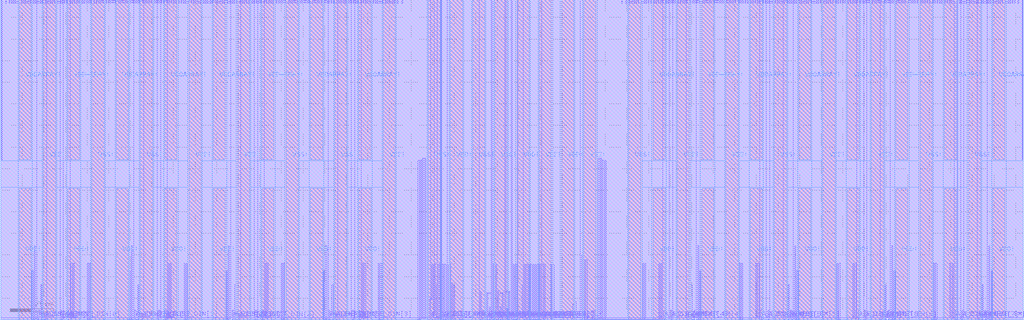
<source format=lef>
# ------------------------------------------------------
#
#		Copyright 2025 IHP PDK Authors
#
#		Licensed under the Apache License, Version 2.0 (the "License");
#		you may not use this file except in compliance with the License.
#		You may obtain a copy of the License at
#		
#		   https://www.apache.org/licenses/LICENSE-2.0
#		
#		Unless required by applicable law or agreed to in writing, software
#		distributed under the License is distributed on an "AS IS" BASIS,
#		WITHOUT WARRANTIES OR CONDITIONS OF ANY KIND, either express or implied.
#		See the License for the specific language governing permissions and
#		limitations under the License.
#		
#		Generated on Wed Aug 27 16:22:45 2025		
#
# ------------------------------------------------------ 
VERSION 5.7 ;
BUSBITCHARS "[]" ;
DIVIDERCHAR "/" ;

MACRO RM_IHPSG13_1P_256x8_c3_bm_bist
  CLASS BLOCK ;
  ORIGIN 0 0 ;
  FOREIGN RM_IHPSG13_1P_256x8_c3_bm_bist 0 0 ;
  SIZE 236.8 BY 74.1 ;
  SYMMETRY X Y R90 ;
  PIN A_DIN[4]
    DIRECTION INPUT ;
    USE SIGNAL ;
    ANTENNAPARTIALMETALAREA 0.7007 LAYER Metal2 ;
    ANTENNAMODEL OXIDE1 ;
      ANTENNAGATEAREA 0.20085 LAYER Metal2 ;
      ANTENNAMAXAREACAR 4.394822 LAYER Metal2 ;
    PORT
      LAYER Metal2 ;
        RECT 155.09 0 155.35 0.26 ;
    END
  END A_DIN[4]
  PIN A_DIN[3]
    DIRECTION INPUT ;
    USE SIGNAL ;
    ANTENNAPARTIALMETALAREA 0.7007 LAYER Metal2 ;
    ANTENNAMODEL OXIDE1 ;
      ANTENNAGATEAREA 0.20085 LAYER Metal2 ;
      ANTENNAMAXAREACAR 4.394822 LAYER Metal2 ;
    PORT
      LAYER Metal2 ;
        RECT 81.45 0 81.71 0.26 ;
    END
  END A_DIN[3]
  PIN A_BIST_DIN[4]
    DIRECTION INPUT ;
    USE SIGNAL ;
    ANTENNAPARTIALMETALAREA 0.7007 LAYER Metal2 ;
    ANTENNAMODEL OXIDE1 ;
      ANTENNAGATEAREA 0.20085 LAYER Metal2 ;
      ANTENNAMAXAREACAR 4.394822 LAYER Metal2 ;
    PORT
      LAYER Metal2 ;
        RECT 153.56 0 153.82 0.26 ;
    END
  END A_BIST_DIN[4]
  PIN A_BIST_DIN[3]
    DIRECTION INPUT ;
    USE SIGNAL ;
    ANTENNAPARTIALMETALAREA 0.7007 LAYER Metal2 ;
    ANTENNAMODEL OXIDE1 ;
      ANTENNAGATEAREA 0.20085 LAYER Metal2 ;
      ANTENNAMAXAREACAR 4.394822 LAYER Metal2 ;
    PORT
      LAYER Metal2 ;
        RECT 82.98 0 83.24 0.26 ;
    END
  END A_BIST_DIN[3]
  PIN A_BM[4]
    DIRECTION INPUT ;
    USE SIGNAL ;
    ANTENNAPARTIALMETALAREA 0.7007 LAYER Metal2 ;
    ANTENNAMODEL OXIDE1 ;
      ANTENNAGATEAREA 0.20085 LAYER Metal2 ;
      ANTENNAMAXAREACAR 4.394822 LAYER Metal2 ;
    PORT
      LAYER Metal2 ;
        RECT 158.97 0 159.23 0.26 ;
    END
  END A_BM[4]
  PIN A_BM[3]
    DIRECTION INPUT ;
    USE SIGNAL ;
    ANTENNAPARTIALMETALAREA 0.7007 LAYER Metal2 ;
    ANTENNAMODEL OXIDE1 ;
      ANTENNAGATEAREA 0.20085 LAYER Metal2 ;
      ANTENNAMAXAREACAR 4.394822 LAYER Metal2 ;
    PORT
      LAYER Metal2 ;
        RECT 77.57 0 77.83 0.26 ;
    END
  END A_BM[3]
  PIN A_BIST_BM[4]
    DIRECTION INPUT ;
    USE SIGNAL ;
    ANTENNAPARTIALMETALAREA 0.7007 LAYER Metal2 ;
    ANTENNAMODEL OXIDE1 ;
      ANTENNAGATEAREA 0.20085 LAYER Metal2 ;
      ANTENNAMAXAREACAR 4.394822 LAYER Metal2 ;
    PORT
      LAYER Metal2 ;
        RECT 160.5 0 160.76 0.26 ;
    END
  END A_BIST_BM[4]
  PIN A_BIST_BM[3]
    DIRECTION INPUT ;
    USE SIGNAL ;
    ANTENNAPARTIALMETALAREA 0.7007 LAYER Metal2 ;
    ANTENNAMODEL OXIDE1 ;
      ANTENNAGATEAREA 0.20085 LAYER Metal2 ;
      ANTENNAMAXAREACAR 4.394822 LAYER Metal2 ;
    PORT
      LAYER Metal2 ;
        RECT 76.04 0 76.3 0.26 ;
    END
  END A_BIST_BM[3]
  PIN A_DOUT[4]
    DIRECTION OUTPUT ;
    USE SIGNAL ;
    ANTENNAPARTIALMETALAREA 2.0345 LAYER Metal2 ;
    ANTENNADIFFAREA 0.988 LAYER Metal2 ;
    PORT
      LAYER Metal2 ;
        RECT 159.835 0 160.095 0.26 ;
    END
  END A_DOUT[4]
  PIN A_DOUT[3]
    DIRECTION OUTPUT ;
    USE SIGNAL ;
    ANTENNAPARTIALMETALAREA 2.0345 LAYER Metal2 ;
    ANTENNADIFFAREA 0.988 LAYER Metal2 ;
    PORT
      LAYER Metal2 ;
        RECT 76.705 0 76.965 0.26 ;
    END
  END A_DOUT[3]
  PIN VSS!
    DIRECTION INOUT ;
    USE GROUND ;
    NETEXPR "vss VSS!" ;
    PORT
      LAYER Metal4 ;
        RECT 224.11 0 226.92 74.1 ;
    END
    PORT
      LAYER Metal4 ;
        RECT 212.87 0 215.68 74.1 ;
    END
    PORT
      LAYER Metal4 ;
        RECT 201.63 0 204.44 74.1 ;
    END
    PORT
      LAYER Metal4 ;
        RECT 190.39 0 193.2 74.1 ;
    END
    PORT
      LAYER Metal4 ;
        RECT 179.15 0 181.96 74.1 ;
    END
    PORT
      LAYER Metal4 ;
        RECT 167.91 0 170.72 74.1 ;
    END
    PORT
      LAYER Metal4 ;
        RECT 156.67 0 159.48 74.1 ;
    END
    PORT
      LAYER Metal4 ;
        RECT 145.43 0 148.24 74.1 ;
    END
    PORT
      LAYER Metal4 ;
        RECT 135.02 0 137.83 74.1 ;
    END
    PORT
      LAYER Metal4 ;
        RECT 124.72 0 127.53 74.1 ;
    END
    PORT
      LAYER Metal4 ;
        RECT 109.27 0 112.08 74.1 ;
    END
    PORT
      LAYER Metal4 ;
        RECT 98.97 0 101.78 74.1 ;
    END
    PORT
      LAYER Metal4 ;
        RECT 88.56 0 91.37 74.1 ;
    END
    PORT
      LAYER Metal4 ;
        RECT 77.32 0 80.13 74.1 ;
    END
    PORT
      LAYER Metal4 ;
        RECT 66.08 0 68.89 74.1 ;
    END
    PORT
      LAYER Metal4 ;
        RECT 54.84 0 57.65 74.1 ;
    END
    PORT
      LAYER Metal4 ;
        RECT 43.6 0 46.41 74.1 ;
    END
    PORT
      LAYER Metal4 ;
        RECT 32.36 0 35.17 74.1 ;
    END
    PORT
      LAYER Metal4 ;
        RECT 21.12 0 23.93 74.1 ;
    END
    PORT
      LAYER Metal4 ;
        RECT 9.88 0 12.69 74.1 ;
    END
  END VSS!
  PIN VDD!
    DIRECTION INOUT ;
    USE POWER ;
    NETEXPR "vdd VDD!" ;
    PORT
      LAYER Metal4 ;
        RECT 229.73 0 232.54 30.425 ;
    END
    PORT
      LAYER Metal4 ;
        RECT 218.49 0 221.3 30.425 ;
    END
    PORT
      LAYER Metal4 ;
        RECT 207.25 0 210.06 30.425 ;
    END
    PORT
      LAYER Metal4 ;
        RECT 196.01 0 198.82 30.425 ;
    END
    PORT
      LAYER Metal4 ;
        RECT 184.77 0 187.58 30.425 ;
    END
    PORT
      LAYER Metal4 ;
        RECT 173.53 0 176.34 30.425 ;
    END
    PORT
      LAYER Metal4 ;
        RECT 162.29 0 165.1 30.425 ;
    END
    PORT
      LAYER Metal4 ;
        RECT 151.05 0 153.86 30.425 ;
    END
    PORT
      LAYER Metal4 ;
        RECT 129.87 0 132.68 74.1 ;
    END
    PORT
      LAYER Metal4 ;
        RECT 119.57 0 122.38 74.1 ;
    END
    PORT
      LAYER Metal4 ;
        RECT 114.42 0 117.23 74.1 ;
    END
    PORT
      LAYER Metal4 ;
        RECT 104.12 0 106.93 74.1 ;
    END
    PORT
      LAYER Metal4 ;
        RECT 82.94 0 85.75 30.425 ;
    END
    PORT
      LAYER Metal4 ;
        RECT 71.7 0 74.51 30.425 ;
    END
    PORT
      LAYER Metal4 ;
        RECT 60.46 0 63.27 30.425 ;
    END
    PORT
      LAYER Metal4 ;
        RECT 49.22 0 52.03 30.425 ;
    END
    PORT
      LAYER Metal4 ;
        RECT 37.98 0 40.79 30.425 ;
    END
    PORT
      LAYER Metal4 ;
        RECT 26.74 0 29.55 30.425 ;
    END
    PORT
      LAYER Metal4 ;
        RECT 15.5 0 18.31 30.425 ;
    END
    PORT
      LAYER Metal4 ;
        RECT 4.26 0 7.07 30.425 ;
    END
  END VDD!
  PIN VDDARRAY!
    DIRECTION INOUT ;
    USE POWER ;
    NETEXPR "vddarray VDDARRAY!" ;
    PORT
      LAYER Metal4 ;
        RECT 229.73 37.065 232.54 74.1 ;
    END
    PORT
      LAYER Metal4 ;
        RECT 218.49 37.065 221.3 74.1 ;
    END
    PORT
      LAYER Metal4 ;
        RECT 207.25 37.065 210.06 74.1 ;
    END
    PORT
      LAYER Metal4 ;
        RECT 196.01 37.065 198.82 74.1 ;
    END
    PORT
      LAYER Metal4 ;
        RECT 184.77 37.065 187.58 74.1 ;
    END
    PORT
      LAYER Metal4 ;
        RECT 173.53 37.065 176.34 74.1 ;
    END
    PORT
      LAYER Metal4 ;
        RECT 162.29 37.065 165.1 74.1 ;
    END
    PORT
      LAYER Metal4 ;
        RECT 151.05 37.065 153.86 74.1 ;
    END
    PORT
      LAYER Metal4 ;
        RECT 82.94 37.065 85.75 74.1 ;
    END
    PORT
      LAYER Metal4 ;
        RECT 71.7 37.065 74.51 74.1 ;
    END
    PORT
      LAYER Metal4 ;
        RECT 60.46 37.065 63.27 74.1 ;
    END
    PORT
      LAYER Metal4 ;
        RECT 49.22 37.065 52.03 74.1 ;
    END
    PORT
      LAYER Metal4 ;
        RECT 37.98 37.065 40.79 74.1 ;
    END
    PORT
      LAYER Metal4 ;
        RECT 26.74 37.065 29.55 74.1 ;
    END
    PORT
      LAYER Metal4 ;
        RECT 15.5 37.065 18.31 74.1 ;
    END
    PORT
      LAYER Metal4 ;
        RECT 4.26 37.065 7.07 74.1 ;
    END
  END VDDARRAY!
  PIN A_DIN[5]
    DIRECTION INPUT ;
    USE SIGNAL ;
    ANTENNAPARTIALMETALAREA 0.7007 LAYER Metal2 ;
    ANTENNAMODEL OXIDE1 ;
      ANTENNAGATEAREA 0.20085 LAYER Metal2 ;
      ANTENNAMAXAREACAR 4.394822 LAYER Metal2 ;
    PORT
      LAYER Metal2 ;
        RECT 177.57 0 177.83 0.26 ;
    END
  END A_DIN[5]
  PIN A_DIN[2]
    DIRECTION INPUT ;
    USE SIGNAL ;
    ANTENNAPARTIALMETALAREA 0.7007 LAYER Metal2 ;
    ANTENNAMODEL OXIDE1 ;
      ANTENNAGATEAREA 0.20085 LAYER Metal2 ;
      ANTENNAMAXAREACAR 4.394822 LAYER Metal2 ;
    PORT
      LAYER Metal2 ;
        RECT 58.97 0 59.23 0.26 ;
    END
  END A_DIN[2]
  PIN A_BIST_DIN[5]
    DIRECTION INPUT ;
    USE SIGNAL ;
    ANTENNAPARTIALMETALAREA 0.7007 LAYER Metal2 ;
    ANTENNAMODEL OXIDE1 ;
      ANTENNAGATEAREA 0.20085 LAYER Metal2 ;
      ANTENNAMAXAREACAR 4.394822 LAYER Metal2 ;
    PORT
      LAYER Metal2 ;
        RECT 176.04 0 176.3 0.26 ;
    END
  END A_BIST_DIN[5]
  PIN A_BIST_DIN[2]
    DIRECTION INPUT ;
    USE SIGNAL ;
    ANTENNAPARTIALMETALAREA 0.7007 LAYER Metal2 ;
    ANTENNAMODEL OXIDE1 ;
      ANTENNAGATEAREA 0.20085 LAYER Metal2 ;
      ANTENNAMAXAREACAR 4.394822 LAYER Metal2 ;
    PORT
      LAYER Metal2 ;
        RECT 60.5 0 60.76 0.26 ;
    END
  END A_BIST_DIN[2]
  PIN A_BM[5]
    DIRECTION INPUT ;
    USE SIGNAL ;
    ANTENNAPARTIALMETALAREA 0.7007 LAYER Metal2 ;
    ANTENNAMODEL OXIDE1 ;
      ANTENNAGATEAREA 0.20085 LAYER Metal2 ;
      ANTENNAMAXAREACAR 4.394822 LAYER Metal2 ;
    PORT
      LAYER Metal2 ;
        RECT 181.45 0 181.71 0.26 ;
    END
  END A_BM[5]
  PIN A_BM[2]
    DIRECTION INPUT ;
    USE SIGNAL ;
    ANTENNAPARTIALMETALAREA 0.7007 LAYER Metal2 ;
    ANTENNAMODEL OXIDE1 ;
      ANTENNAGATEAREA 0.20085 LAYER Metal2 ;
      ANTENNAMAXAREACAR 4.394822 LAYER Metal2 ;
    PORT
      LAYER Metal2 ;
        RECT 55.09 0 55.35 0.26 ;
    END
  END A_BM[2]
  PIN A_BIST_BM[5]
    DIRECTION INPUT ;
    USE SIGNAL ;
    ANTENNAPARTIALMETALAREA 0.7007 LAYER Metal2 ;
    ANTENNAMODEL OXIDE1 ;
      ANTENNAGATEAREA 0.20085 LAYER Metal2 ;
      ANTENNAMAXAREACAR 4.394822 LAYER Metal2 ;
    PORT
      LAYER Metal2 ;
        RECT 182.98 0 183.24 0.26 ;
    END
  END A_BIST_BM[5]
  PIN A_BIST_BM[2]
    DIRECTION INPUT ;
    USE SIGNAL ;
    ANTENNAPARTIALMETALAREA 0.7007 LAYER Metal2 ;
    ANTENNAMODEL OXIDE1 ;
      ANTENNAGATEAREA 0.20085 LAYER Metal2 ;
      ANTENNAMAXAREACAR 4.394822 LAYER Metal2 ;
    PORT
      LAYER Metal2 ;
        RECT 53.56 0 53.82 0.26 ;
    END
  END A_BIST_BM[2]
  PIN A_DOUT[5]
    DIRECTION OUTPUT ;
    USE SIGNAL ;
    ANTENNAPARTIALMETALAREA 2.0345 LAYER Metal2 ;
    ANTENNADIFFAREA 0.988 LAYER Metal2 ;
    PORT
      LAYER Metal2 ;
        RECT 182.315 0 182.575 0.26 ;
    END
  END A_DOUT[5]
  PIN A_DOUT[2]
    DIRECTION OUTPUT ;
    USE SIGNAL ;
    ANTENNAPARTIALMETALAREA 2.0345 LAYER Metal2 ;
    ANTENNADIFFAREA 0.988 LAYER Metal2 ;
    PORT
      LAYER Metal2 ;
        RECT 54.225 0 54.485 0.26 ;
    END
  END A_DOUT[2]
  PIN A_DIN[6]
    DIRECTION INPUT ;
    USE SIGNAL ;
    ANTENNAPARTIALMETALAREA 0.7007 LAYER Metal2 ;
    ANTENNAMODEL OXIDE1 ;
      ANTENNAGATEAREA 0.20085 LAYER Metal2 ;
      ANTENNAMAXAREACAR 4.394822 LAYER Metal2 ;
    PORT
      LAYER Metal2 ;
        RECT 200.05 0 200.31 0.26 ;
    END
  END A_DIN[6]
  PIN A_DIN[1]
    DIRECTION INPUT ;
    USE SIGNAL ;
    ANTENNAPARTIALMETALAREA 0.7007 LAYER Metal2 ;
    ANTENNAMODEL OXIDE1 ;
      ANTENNAGATEAREA 0.20085 LAYER Metal2 ;
      ANTENNAMAXAREACAR 4.394822 LAYER Metal2 ;
    PORT
      LAYER Metal2 ;
        RECT 36.49 0 36.75 0.26 ;
    END
  END A_DIN[1]
  PIN A_BIST_DIN[6]
    DIRECTION INPUT ;
    USE SIGNAL ;
    ANTENNAPARTIALMETALAREA 0.7007 LAYER Metal2 ;
    ANTENNAMODEL OXIDE1 ;
      ANTENNAGATEAREA 0.20085 LAYER Metal2 ;
      ANTENNAMAXAREACAR 4.394822 LAYER Metal2 ;
    PORT
      LAYER Metal2 ;
        RECT 198.52 0 198.78 0.26 ;
    END
  END A_BIST_DIN[6]
  PIN A_BIST_DIN[1]
    DIRECTION INPUT ;
    USE SIGNAL ;
    ANTENNAPARTIALMETALAREA 0.7007 LAYER Metal2 ;
    ANTENNAMODEL OXIDE1 ;
      ANTENNAGATEAREA 0.20085 LAYER Metal2 ;
      ANTENNAMAXAREACAR 4.394822 LAYER Metal2 ;
    PORT
      LAYER Metal2 ;
        RECT 38.02 0 38.28 0.26 ;
    END
  END A_BIST_DIN[1]
  PIN A_BM[6]
    DIRECTION INPUT ;
    USE SIGNAL ;
    ANTENNAPARTIALMETALAREA 0.7007 LAYER Metal2 ;
    ANTENNAMODEL OXIDE1 ;
      ANTENNAGATEAREA 0.20085 LAYER Metal2 ;
      ANTENNAMAXAREACAR 4.394822 LAYER Metal2 ;
    PORT
      LAYER Metal2 ;
        RECT 203.93 0 204.19 0.26 ;
    END
  END A_BM[6]
  PIN A_BM[1]
    DIRECTION INPUT ;
    USE SIGNAL ;
    ANTENNAPARTIALMETALAREA 0.7007 LAYER Metal2 ;
    ANTENNAMODEL OXIDE1 ;
      ANTENNAGATEAREA 0.20085 LAYER Metal2 ;
      ANTENNAMAXAREACAR 4.394822 LAYER Metal2 ;
    PORT
      LAYER Metal2 ;
        RECT 32.61 0 32.87 0.26 ;
    END
  END A_BM[1]
  PIN A_BIST_BM[6]
    DIRECTION INPUT ;
    USE SIGNAL ;
    ANTENNAPARTIALMETALAREA 0.7007 LAYER Metal2 ;
    ANTENNAMODEL OXIDE1 ;
      ANTENNAGATEAREA 0.20085 LAYER Metal2 ;
      ANTENNAMAXAREACAR 4.394822 LAYER Metal2 ;
    PORT
      LAYER Metal2 ;
        RECT 205.46 0 205.72 0.26 ;
    END
  END A_BIST_BM[6]
  PIN A_BIST_BM[1]
    DIRECTION INPUT ;
    USE SIGNAL ;
    ANTENNAPARTIALMETALAREA 0.7007 LAYER Metal2 ;
    ANTENNAMODEL OXIDE1 ;
      ANTENNAGATEAREA 0.20085 LAYER Metal2 ;
      ANTENNAMAXAREACAR 4.394822 LAYER Metal2 ;
    PORT
      LAYER Metal2 ;
        RECT 31.08 0 31.34 0.26 ;
    END
  END A_BIST_BM[1]
  PIN A_DOUT[6]
    DIRECTION OUTPUT ;
    USE SIGNAL ;
    ANTENNAPARTIALMETALAREA 2.0345 LAYER Metal2 ;
    ANTENNADIFFAREA 0.988 LAYER Metal2 ;
    PORT
      LAYER Metal2 ;
        RECT 204.795 0 205.055 0.26 ;
    END
  END A_DOUT[6]
  PIN A_DOUT[1]
    DIRECTION OUTPUT ;
    USE SIGNAL ;
    ANTENNAPARTIALMETALAREA 2.0345 LAYER Metal2 ;
    ANTENNADIFFAREA 0.988 LAYER Metal2 ;
    PORT
      LAYER Metal2 ;
        RECT 31.745 0 32.005 0.26 ;
    END
  END A_DOUT[1]
  PIN A_DIN[7]
    DIRECTION INPUT ;
    USE SIGNAL ;
    ANTENNAPARTIALMETALAREA 0.7007 LAYER Metal2 ;
    ANTENNAMODEL OXIDE1 ;
      ANTENNAGATEAREA 0.20085 LAYER Metal2 ;
      ANTENNAMAXAREACAR 4.394822 LAYER Metal2 ;
    PORT
      LAYER Metal2 ;
        RECT 222.53 0 222.79 0.26 ;
    END
  END A_DIN[7]
  PIN A_DIN[0]
    DIRECTION INPUT ;
    USE SIGNAL ;
    ANTENNAPARTIALMETALAREA 0.7007 LAYER Metal2 ;
    ANTENNAMODEL OXIDE1 ;
      ANTENNAGATEAREA 0.20085 LAYER Metal2 ;
      ANTENNAMAXAREACAR 4.394822 LAYER Metal2 ;
    PORT
      LAYER Metal2 ;
        RECT 14.01 0 14.27 0.26 ;
    END
  END A_DIN[0]
  PIN A_BIST_DIN[7]
    DIRECTION INPUT ;
    USE SIGNAL ;
    ANTENNAPARTIALMETALAREA 0.7007 LAYER Metal2 ;
    ANTENNAMODEL OXIDE1 ;
      ANTENNAGATEAREA 0.20085 LAYER Metal2 ;
      ANTENNAMAXAREACAR 4.394822 LAYER Metal2 ;
    PORT
      LAYER Metal2 ;
        RECT 221 0 221.26 0.26 ;
    END
  END A_BIST_DIN[7]
  PIN A_BIST_DIN[0]
    DIRECTION INPUT ;
    USE SIGNAL ;
    ANTENNAPARTIALMETALAREA 0.7007 LAYER Metal2 ;
    ANTENNAMODEL OXIDE1 ;
      ANTENNAGATEAREA 0.20085 LAYER Metal2 ;
      ANTENNAMAXAREACAR 4.394822 LAYER Metal2 ;
    PORT
      LAYER Metal2 ;
        RECT 15.54 0 15.8 0.26 ;
    END
  END A_BIST_DIN[0]
  PIN A_BM[7]
    DIRECTION INPUT ;
    USE SIGNAL ;
    ANTENNAPARTIALMETALAREA 0.7007 LAYER Metal2 ;
    ANTENNAMODEL OXIDE1 ;
      ANTENNAGATEAREA 0.20085 LAYER Metal2 ;
      ANTENNAMAXAREACAR 4.394822 LAYER Metal2 ;
    PORT
      LAYER Metal2 ;
        RECT 226.41 0 226.67 0.26 ;
    END
  END A_BM[7]
  PIN A_BM[0]
    DIRECTION INPUT ;
    USE SIGNAL ;
    ANTENNAPARTIALMETALAREA 0.7007 LAYER Metal2 ;
    ANTENNAMODEL OXIDE1 ;
      ANTENNAGATEAREA 0.20085 LAYER Metal2 ;
      ANTENNAMAXAREACAR 4.394822 LAYER Metal2 ;
    PORT
      LAYER Metal2 ;
        RECT 10.13 0 10.39 0.26 ;
    END
  END A_BM[0]
  PIN A_BIST_BM[7]
    DIRECTION INPUT ;
    USE SIGNAL ;
    ANTENNAPARTIALMETALAREA 0.7007 LAYER Metal2 ;
    ANTENNAMODEL OXIDE1 ;
      ANTENNAGATEAREA 0.20085 LAYER Metal2 ;
      ANTENNAMAXAREACAR 4.394822 LAYER Metal2 ;
    PORT
      LAYER Metal2 ;
        RECT 227.94 0 228.2 0.26 ;
    END
  END A_BIST_BM[7]
  PIN A_BIST_BM[0]
    DIRECTION INPUT ;
    USE SIGNAL ;
    ANTENNAPARTIALMETALAREA 0.7007 LAYER Metal2 ;
    ANTENNAMODEL OXIDE1 ;
      ANTENNAGATEAREA 0.20085 LAYER Metal2 ;
      ANTENNAMAXAREACAR 4.394822 LAYER Metal2 ;
    PORT
      LAYER Metal2 ;
        RECT 8.6 0 8.86 0.26 ;
    END
  END A_BIST_BM[0]
  PIN A_DOUT[7]
    DIRECTION OUTPUT ;
    USE SIGNAL ;
    ANTENNAPARTIALMETALAREA 2.0345 LAYER Metal2 ;
    ANTENNADIFFAREA 0.988 LAYER Metal2 ;
    PORT
      LAYER Metal2 ;
        RECT 227.275 0 227.535 0.26 ;
    END
  END A_DOUT[7]
  PIN A_DOUT[0]
    DIRECTION OUTPUT ;
    USE SIGNAL ;
    ANTENNAPARTIALMETALAREA 2.0345 LAYER Metal2 ;
    ANTENNADIFFAREA 0.988 LAYER Metal2 ;
    PORT
      LAYER Metal2 ;
        RECT 9.265 0 9.525 0.26 ;
    END
  END A_DOUT[0]
  PIN A_ADDR[0]
    DIRECTION INPUT ;
    USE SIGNAL ;
    ANTENNAPARTIALMETALAREA 6.7171 LAYER Metal2 ;
    ANTENNAMODEL OXIDE1 ;
      ANTENNAGATEAREA 0.20085 LAYER Metal2 ;
      ANTENNAMAXAREACAR 34.349515 LAYER Metal2 ;
    PORT
      LAYER Metal2 ;
        RECT 114.6 0 114.86 0.26 ;
    END
  END A_ADDR[0]
  PIN A_BIST_ADDR[0]
    DIRECTION INPUT ;
    USE SIGNAL ;
    ANTENNAPARTIALMETALAREA 7.5127 LAYER Metal2 ;
    ANTENNAMODEL OXIDE1 ;
      ANTENNAGATEAREA 0.20085 LAYER Metal2 ;
      ANTENNAMAXAREACAR 38.31068 LAYER Metal2 ;
    PORT
      LAYER Metal2 ;
        RECT 119.19 0 119.45 0.26 ;
    END
  END A_BIST_ADDR[0]
  PIN A_ADDR[1]
    DIRECTION INPUT ;
    USE SIGNAL ;
    ANTENNAPARTIALMETALAREA 5.59 LAYER Metal2 ;
    ANTENNAMODEL OXIDE1 ;
      ANTENNAGATEAREA 0.20085 LAYER Metal2 ;
      ANTENNAMAXAREACAR 28.783172 LAYER Metal2 ;
    PORT
      LAYER Metal2 ;
        RECT 114.09 0 114.35 0.26 ;
    END
  END A_ADDR[1]
  PIN A_BIST_ADDR[1]
    DIRECTION INPUT ;
    USE SIGNAL ;
    ANTENNAPARTIALMETALAREA 6.3856 LAYER Metal2 ;
    ANTENNAMODEL OXIDE1 ;
      ANTENNAGATEAREA 0.20085 LAYER Metal2 ;
      ANTENNAMAXAREACAR 32.744337 LAYER Metal2 ;
    PORT
      LAYER Metal2 ;
        RECT 118.68 0 118.94 0.26 ;
    END
  END A_BIST_ADDR[1]
  PIN A_ADDR[2]
    DIRECTION INPUT ;
    USE SIGNAL ;
    ANTENNAPARTIALMETALAREA 6.4519 LAYER Metal2 ;
    ANTENNAMODEL OXIDE1 ;
      ANTENNAGATEAREA 0.20085 LAYER Metal2 ;
      ANTENNAMAXAREACAR 33.029126 LAYER Metal2 ;
    PORT
      LAYER Metal2 ;
        RECT 99.81 0 100.07 0.26 ;
    END
  END A_ADDR[2]
  PIN A_BIST_ADDR[2]
    DIRECTION INPUT ;
    USE SIGNAL ;
    ANTENNAPARTIALMETALAREA 6.1867 LAYER Metal2 ;
    ANTENNAMODEL OXIDE1 ;
      ANTENNAGATEAREA 0.20085 LAYER Metal2 ;
      ANTENNAMAXAREACAR 31.708738 LAYER Metal2 ;
    PORT
      LAYER Metal2 ;
        RECT 101.34 0 101.6 0.26 ;
    END
  END A_BIST_ADDR[2]
  PIN A_ADDR[3]
    DIRECTION INPUT ;
    USE SIGNAL ;
    ANTENNAPARTIALMETALAREA 8.4487 LAYER Metal2 ;
    ANTENNAPARTIALMETALAREA 1.5246 LAYER Metal3 ;
    ANTENNAPARTIALCUTAREA 0.0722 LAYER Via2 ;
    ANTENNAMODEL OXIDE1 ;
      ANTENNAGATEAREA 0.20085 LAYER Metal3 ;
      ANTENNAMAXAREACAR 9.415982 LAYER Metal3 ;
    PORT
      LAYER Metal2 ;
        RECT 122.25 0 122.51 0.26 ;
    END
  END A_ADDR[3]
  PIN A_BIST_ADDR[3]
    DIRECTION INPUT ;
    USE SIGNAL ;
    ANTENNAPARTIALMETALAREA 8.4487 LAYER Metal2 ;
    ANTENNAPARTIALMETALAREA 1.0962 LAYER Metal3 ;
    ANTENNAPARTIALCUTAREA 0.0722 LAYER Via2 ;
    ANTENNAMODEL OXIDE1 ;
      ANTENNAGATEAREA 0.20085 LAYER Metal3 ;
      ANTENNAMAXAREACAR 7.813791 LAYER Metal3 ;
    PORT
      LAYER Metal2 ;
        RECT 122.76 0 123.02 0.26 ;
    END
  END A_BIST_ADDR[3]
  PIN A_ADDR[4]
    DIRECTION INPUT ;
    USE SIGNAL ;
    ANTENNAPARTIALMETALAREA 8.4487 LAYER Metal2 ;
    ANTENNAPARTIALMETALAREA 3.8367 LAYER Metal3 ;
    ANTENNAPARTIALCUTAREA 0.0722 LAYER Via2 ;
    ANTENNAMODEL OXIDE1 ;
      ANTENNAGATEAREA 0.20085 LAYER Metal3 ;
      ANTENNAMAXAREACAR 20.927558 LAYER Metal3 ;
    PORT
      LAYER Metal2 ;
        RECT 121.23 0 121.49 0.26 ;
    END
  END A_ADDR[4]
  PIN A_BIST_ADDR[4]
    DIRECTION INPUT ;
    USE SIGNAL ;
    ANTENNAPARTIALMETALAREA 8.4487 LAYER Metal2 ;
    ANTENNAPARTIALMETALAREA 3.5175 LAYER Metal3 ;
    ANTENNAPARTIALCUTAREA 0.0722 LAYER Via2 ;
    ANTENNAMODEL OXIDE1 ;
      ANTENNAGATEAREA 0.20085 LAYER Metal3 ;
      ANTENNAMAXAREACAR 19.869057 LAYER Metal3 ;
    PORT
      LAYER Metal2 ;
        RECT 121.74 0 122 0.26 ;
    END
  END A_BIST_ADDR[4]
  PIN A_ADDR[5]
    DIRECTION INPUT ;
    USE SIGNAL ;
    ANTENNAPARTIALMETALAREA 10.0139 LAYER Metal2 ;
    ANTENNAMODEL OXIDE1 ;
      ANTENNAGATEAREA 0.20085 LAYER Metal2 ;
      ANTENNAMAXAREACAR 50.763754 LAYER Metal2 ;
    PORT
      LAYER Metal2 ;
        RECT 124.8 0 125.06 0.26 ;
    END
  END A_ADDR[5]
  PIN A_BIST_ADDR[5]
    DIRECTION INPUT ;
    USE SIGNAL ;
    ANTENNAPARTIALMETALAREA 9.7487 LAYER Metal2 ;
    ANTENNAMODEL OXIDE1 ;
      ANTENNAGATEAREA 0.20085 LAYER Metal2 ;
      ANTENNAMAXAREACAR 49.443366 LAYER Metal2 ;
    PORT
      LAYER Metal2 ;
        RECT 124.29 0 124.55 0.26 ;
    END
  END A_BIST_ADDR[5]
  PIN A_ADDR[6]
    DIRECTION INPUT ;
    USE SIGNAL ;
    ANTENNAPARTIALMETALAREA 11.7429 LAYER Metal2 ;
    ANTENNAMODEL OXIDE1 ;
      ANTENNAGATEAREA 0.20085 LAYER Metal2 ;
      ANTENNAMAXAREACAR 59.372168 LAYER Metal2 ;
    PORT
      LAYER Metal2 ;
        RECT 123.78 0 124.04 0.26 ;
    END
  END A_ADDR[6]
  PIN A_BIST_ADDR[6]
    DIRECTION INPUT ;
    USE SIGNAL ;
    ANTENNAPARTIALMETALAREA 11.4777 LAYER Metal2 ;
    ANTENNAMODEL OXIDE1 ;
      ANTENNAGATEAREA 0.20085 LAYER Metal2 ;
      ANTENNAMAXAREACAR 58.05178 LAYER Metal2 ;
    PORT
      LAYER Metal2 ;
        RECT 123.27 0 123.53 0.26 ;
    END
  END A_BIST_ADDR[6]
  PIN A_ADDR[7]
    DIRECTION INPUT ;
    USE SIGNAL ;
    ANTENNAPARTIALMETALAREA 8.7685 LAYER Metal2 ;
    ANTENNAMODEL OXIDE1 ;
      ANTENNAGATEAREA 0.20085 LAYER Metal2 ;
      ANTENNAMAXAREACAR 44.563107 LAYER Metal2 ;
    PORT
      LAYER Metal2 ;
        RECT 102.36 0 102.62 0.26 ;
    END
  END A_ADDR[7]
  PIN A_BIST_ADDR[7]
    DIRECTION INPUT ;
    USE SIGNAL ;
    ANTENNAPARTIALMETALAREA 8.4931 LAYER Metal2 ;
    ANTENNAMODEL OXIDE1 ;
      ANTENNAGATEAREA 0.20085 LAYER Metal2 ;
      ANTENNAMAXAREACAR 43.191934 LAYER Metal2 ;
    PORT
      LAYER Metal2 ;
        RECT 102.87 0 103.13 0.26 ;
    END
  END A_BIST_ADDR[7]
  PIN A_CLK
    DIRECTION INPUT ;
    USE SIGNAL ;
    ANTENNAPARTIALMETALAREA 1.8707 LAYER Metal2 ;
    ANTENNAMODEL OXIDE1 ;
      ANTENNAGATEAREA 0.20085 LAYER Metal2 ;
      ANTENNAMAXAREACAR 10.220065 LAYER Metal2 ;
    PORT
      LAYER Metal2 ;
        RECT 112.56 0 112.82 0.26 ;
    END
  END A_CLK
  PIN A_REN
    DIRECTION INPUT ;
    USE SIGNAL ;
    ANTENNAPARTIALMETALAREA 1.81105 LAYER Metal2 ;
    ANTENNAMODEL OXIDE1 ;
      ANTENNAGATEAREA 0.20085 LAYER Metal2 ;
      ANTENNAMAXAREACAR 9.923077 LAYER Metal2 ;
    PORT
      LAYER Metal2 ;
        RECT 116.13 0 116.39 0.26 ;
    END
  END A_REN
  PIN A_WEN
    DIRECTION INPUT ;
    USE SIGNAL ;
    ANTENNAPARTIALMETALAREA 0.7007 LAYER Metal2 ;
    ANTENNAMODEL OXIDE1 ;
      ANTENNAGATEAREA 0.20085 LAYER Metal2 ;
      ANTENNAMAXAREACAR 4.394822 LAYER Metal2 ;
    PORT
      LAYER Metal2 ;
        RECT 115.62 0 115.88 0.26 ;
    END
  END A_WEN
  PIN A_MEN
    DIRECTION INPUT ;
    USE SIGNAL ;
    ANTENNAPARTIALMETALAREA 0.8407 LAYER Metal2 ;
    ANTENNAMODEL OXIDE1 ;
      ANTENNAGATEAREA 0.20085 LAYER Metal2 ;
      ANTENNAMAXAREACAR 5.09186 LAYER Metal2 ;
    PORT
      LAYER Metal2 ;
        RECT 113.07 0 113.33 0.26 ;
    END
  END A_MEN
  PIN A_DLY
    DIRECTION INPUT ;
    USE SIGNAL ;
    ANTENNAPARTIALMETALAREA 3.874 LAYER Metal2 ;
    ANTENNAMODEL OXIDE1 ;
      ANTENNAGATEAREA 0.3367 LAYER Metal2 ;
      ANTENNAMAXAREACAR 12.046332 LAYER Metal2 ;
    PORT
      LAYER Metal2 ;
        RECT 134.49 0 134.75 0.26 ;
    END
  END A_DLY
  PIN A_BIST_EN
    DIRECTION INPUT ;
    USE SIGNAL ;
    ANTENNAPARTIALMETALAREA 1.8031 LAYER Metal2 ;
    ANTENNAPARTIALMETALAREA 72.69295 LAYER Metal3 ;
    ANTENNAPARTIALCUTAREA 0.0722 LAYER Via2 ;
    ANTENNAMODEL OXIDE1 ;
      ANTENNAGATEAREA 1.43 LAYER Metal2 ;
      ANTENNAGATEAREA 10.01 LAYER Metal3 ;
      ANTENNAMAXAREACAR 1.686364 LAYER Metal2 ;
      ANTENNAMAXAREACAR 16.344457 LAYER Metal3 ;
      ANTENNAMAXCUTCAR 0.151469 LAYER Via2 ;
    PORT
      LAYER Metal2 ;
        RECT 115.11 0 115.37 0.26 ;
    END
  END A_BIST_EN
  PIN A_BIST_CLK
    DIRECTION INPUT ;
    USE SIGNAL ;
    ANTENNAPARTIALMETALAREA 1.9799 LAYER Metal2 ;
    ANTENNAMODEL OXIDE1 ;
      ANTENNAGATEAREA 0.20085 LAYER Metal2 ;
      ANTENNAMAXAREACAR 11.079661 LAYER Metal2 ;
    PORT
      LAYER Metal2 ;
        RECT 111.03 0 111.29 0.26 ;
    END
  END A_BIST_CLK
  PIN A_BIST_REN
    DIRECTION INPUT ;
    USE SIGNAL ;
    ANTENNAPARTIALMETALAREA 1.9279 LAYER Metal2 ;
    ANTENNAMODEL OXIDE1 ;
      ANTENNAGATEAREA 0.20085 LAYER Metal2 ;
      ANTENNAMAXAREACAR 10.820762 LAYER Metal2 ;
    PORT
      LAYER Metal2 ;
        RECT 117.66 0 117.92 0.26 ;
    END
  END A_BIST_REN
  PIN A_BIST_WEN
    DIRECTION INPUT ;
    USE SIGNAL ;
    ANTENNAPARTIALMETALAREA 0.7211 LAYER Metal2 ;
    ANTENNAMODEL OXIDE1 ;
      ANTENNAGATEAREA 0.20085 LAYER Metal2 ;
      ANTENNAMAXAREACAR 4.812298 LAYER Metal2 ;
    PORT
      LAYER Metal2 ;
        RECT 117.15 0 117.41 0.26 ;
    END
  END A_BIST_WEN
  PIN A_BIST_MEN
    DIRECTION INPUT ;
    USE SIGNAL ;
    ANTENNAPARTIALMETALAREA 0.7137 LAYER Metal2 ;
    ANTENNAMODEL OXIDE1 ;
      ANTENNAGATEAREA 0.20085 LAYER Metal2 ;
      ANTENNAMAXAREACAR 4.775454 LAYER Metal2 ;
    PORT
      LAYER Metal2 ;
        RECT 111.54 0 111.8 0.26 ;
    END
  END A_BIST_MEN
  OBS
    LAYER Metal1 ;
      RECT 0 0 236.8 74.1 ;
    LAYER Metal2 ;
      RECT 0.105 37.065 0.305 74.075 ;
      RECT 1.1 73.345 1.3 74.075 ;
      RECT 1.92 73.345 2.12 74.075 ;
      RECT 2.415 73.345 2.615 74.075 ;
      RECT 2.915 73.345 3.115 74.075 ;
      RECT 3.415 73.345 3.615 74.075 ;
      RECT 3.91 73.345 4.11 74.075 ;
      RECT 4.73 73.345 4.93 74.075 ;
      RECT 5.225 73.345 5.425 74.075 ;
      RECT 5.725 73.345 5.925 74.075 ;
      RECT 7.225 0.17 7.995 0.43 ;
      RECT 7.225 0.17 7.485 11.38 ;
      RECT 7.735 0.17 7.995 17.1 ;
      RECT 6.225 73.345 6.425 74.075 ;
      RECT 6.72 73.345 6.92 74.075 ;
      RECT 7.54 73.345 7.74 74.075 ;
      RECT 8.035 73.345 8.235 74.075 ;
      RECT 8.535 73.345 8.735 74.075 ;
      RECT 8.6 0.52 8.86 2.255 ;
      RECT 9.035 73.345 9.235 74.075 ;
      RECT 9.265 0.52 9.525 8.085 ;
      RECT 9.53 73.345 9.73 74.075 ;
      RECT 10.13 0.52 10.39 1.5 ;
      RECT 10.35 73.345 10.55 74.075 ;
      RECT 10.845 73.345 11.045 74.075 ;
      RECT 11.345 73.345 11.545 74.075 ;
      RECT 11.845 73.345 12.045 74.075 ;
      RECT 12.34 73.345 12.54 74.075 ;
      RECT 13.16 73.345 13.36 74.075 ;
      RECT 13.655 73.345 13.855 74.075 ;
      RECT 14.01 0.52 14.27 2.255 ;
      RECT 14.155 73.345 14.355 74.075 ;
      RECT 14.655 73.345 14.855 74.075 ;
      RECT 15.15 73.345 15.35 74.075 ;
      RECT 16.255 0.8 17.025 1.57 ;
      RECT 16.255 0.3 16.515 13.03 ;
      RECT 16.765 0.3 17.025 13.03 ;
      RECT 15.54 0.52 15.8 2.255 ;
      RECT 15.97 73.345 16.17 74.075 ;
      RECT 16.465 73.345 16.665 74.075 ;
      RECT 16.965 73.345 17.165 74.075 ;
      RECT 17.465 73.345 17.665 74.075 ;
      RECT 17.96 73.345 18.16 74.075 ;
      RECT 18.78 73.345 18.98 74.075 ;
      RECT 19.975 0.17 20.745 0.43 ;
      RECT 19.975 0.17 20.235 13.055 ;
      RECT 20.485 0.17 20.745 13.055 ;
      RECT 19.275 73.345 19.475 74.075 ;
      RECT 19.775 73.345 19.975 74.075 ;
      RECT 20.275 73.345 20.475 74.075 ;
      RECT 20.77 73.345 20.97 74.075 ;
      RECT 21.59 73.345 21.79 74.075 ;
      RECT 22.085 73.345 22.285 74.075 ;
      RECT 22.585 73.345 22.785 74.075 ;
      RECT 23.085 73.345 23.285 74.075 ;
      RECT 23.58 73.345 23.78 74.075 ;
      RECT 24.4 73.345 24.6 74.075 ;
      RECT 24.895 73.345 25.095 74.075 ;
      RECT 25.395 73.345 25.595 74.075 ;
      RECT 25.895 73.345 26.095 74.075 ;
      RECT 26.39 73.345 26.59 74.075 ;
      RECT 27.21 73.345 27.41 74.075 ;
      RECT 27.705 73.345 27.905 74.075 ;
      RECT 28.205 73.345 28.405 74.075 ;
      RECT 29.705 0.17 30.475 0.43 ;
      RECT 29.705 0.17 29.965 11.38 ;
      RECT 30.215 0.17 30.475 17.1 ;
      RECT 28.705 73.345 28.905 74.075 ;
      RECT 29.2 73.345 29.4 74.075 ;
      RECT 30.02 73.345 30.22 74.075 ;
      RECT 30.515 73.345 30.715 74.075 ;
      RECT 31.015 73.345 31.215 74.075 ;
      RECT 31.08 0.52 31.34 2.255 ;
      RECT 31.515 73.345 31.715 74.075 ;
      RECT 31.745 0.52 32.005 8.085 ;
      RECT 32.01 73.345 32.21 74.075 ;
      RECT 32.61 0.52 32.87 1.5 ;
      RECT 32.83 73.345 33.03 74.075 ;
      RECT 33.325 73.345 33.525 74.075 ;
      RECT 33.825 73.345 34.025 74.075 ;
      RECT 34.325 73.345 34.525 74.075 ;
      RECT 34.82 73.345 35.02 74.075 ;
      RECT 35.64 73.345 35.84 74.075 ;
      RECT 36.135 73.345 36.335 74.075 ;
      RECT 36.49 0.52 36.75 2.255 ;
      RECT 36.635 73.345 36.835 74.075 ;
      RECT 37.135 73.345 37.335 74.075 ;
      RECT 37.63 73.345 37.83 74.075 ;
      RECT 38.735 0.8 39.505 1.57 ;
      RECT 38.735 0.3 38.995 13.03 ;
      RECT 39.245 0.3 39.505 13.03 ;
      RECT 38.02 0.52 38.28 2.255 ;
      RECT 38.45 73.345 38.65 74.075 ;
      RECT 38.945 73.345 39.145 74.075 ;
      RECT 39.445 73.345 39.645 74.075 ;
      RECT 39.945 73.345 40.145 74.075 ;
      RECT 40.44 73.345 40.64 74.075 ;
      RECT 41.26 73.345 41.46 74.075 ;
      RECT 42.455 0.17 43.225 0.43 ;
      RECT 42.455 0.17 42.715 13.055 ;
      RECT 42.965 0.17 43.225 13.055 ;
      RECT 41.755 73.345 41.955 74.075 ;
      RECT 42.255 73.345 42.455 74.075 ;
      RECT 42.755 73.345 42.955 74.075 ;
      RECT 43.25 73.345 43.45 74.075 ;
      RECT 44.07 73.345 44.27 74.075 ;
      RECT 44.565 73.345 44.765 74.075 ;
      RECT 45.065 73.345 45.265 74.075 ;
      RECT 45.565 73.345 45.765 74.075 ;
      RECT 46.06 73.345 46.26 74.075 ;
      RECT 46.88 73.345 47.08 74.075 ;
      RECT 47.375 73.345 47.575 74.075 ;
      RECT 47.875 73.345 48.075 74.075 ;
      RECT 48.375 73.345 48.575 74.075 ;
      RECT 48.87 73.345 49.07 74.075 ;
      RECT 49.69 73.345 49.89 74.075 ;
      RECT 50.185 73.345 50.385 74.075 ;
      RECT 50.685 73.345 50.885 74.075 ;
      RECT 52.185 0.17 52.955 0.43 ;
      RECT 52.185 0.17 52.445 11.38 ;
      RECT 52.695 0.17 52.955 17.1 ;
      RECT 51.185 73.345 51.385 74.075 ;
      RECT 51.68 73.345 51.88 74.075 ;
      RECT 52.5 73.345 52.7 74.075 ;
      RECT 52.995 73.345 53.195 74.075 ;
      RECT 53.495 73.345 53.695 74.075 ;
      RECT 53.56 0.52 53.82 2.255 ;
      RECT 53.995 73.345 54.195 74.075 ;
      RECT 54.225 0.52 54.485 8.085 ;
      RECT 54.49 73.345 54.69 74.075 ;
      RECT 55.09 0.52 55.35 1.5 ;
      RECT 55.31 73.345 55.51 74.075 ;
      RECT 55.805 73.345 56.005 74.075 ;
      RECT 56.305 73.345 56.505 74.075 ;
      RECT 56.805 73.345 57.005 74.075 ;
      RECT 57.3 73.345 57.5 74.075 ;
      RECT 58.12 73.345 58.32 74.075 ;
      RECT 58.615 73.345 58.815 74.075 ;
      RECT 58.97 0.52 59.23 2.255 ;
      RECT 59.115 73.345 59.315 74.075 ;
      RECT 59.615 73.345 59.815 74.075 ;
      RECT 60.11 73.345 60.31 74.075 ;
      RECT 61.215 0.8 61.985 1.57 ;
      RECT 61.215 0.3 61.475 13.03 ;
      RECT 61.725 0.3 61.985 13.03 ;
      RECT 60.5 0.52 60.76 2.255 ;
      RECT 60.93 73.345 61.13 74.075 ;
      RECT 61.425 73.345 61.625 74.075 ;
      RECT 61.925 73.345 62.125 74.075 ;
      RECT 62.425 73.345 62.625 74.075 ;
      RECT 62.92 73.345 63.12 74.075 ;
      RECT 63.74 73.345 63.94 74.075 ;
      RECT 64.935 0.17 65.705 0.43 ;
      RECT 64.935 0.17 65.195 13.055 ;
      RECT 65.445 0.17 65.705 13.055 ;
      RECT 64.235 73.345 64.435 74.075 ;
      RECT 64.735 73.345 64.935 74.075 ;
      RECT 65.235 73.345 65.435 74.075 ;
      RECT 65.73 73.345 65.93 74.075 ;
      RECT 66.55 73.345 66.75 74.075 ;
      RECT 67.045 73.345 67.245 74.075 ;
      RECT 67.545 73.345 67.745 74.075 ;
      RECT 68.045 73.345 68.245 74.075 ;
      RECT 68.54 73.345 68.74 74.075 ;
      RECT 69.36 73.345 69.56 74.075 ;
      RECT 69.855 73.345 70.055 74.075 ;
      RECT 70.355 73.345 70.555 74.075 ;
      RECT 70.855 73.345 71.055 74.075 ;
      RECT 71.35 73.345 71.55 74.075 ;
      RECT 72.17 73.345 72.37 74.075 ;
      RECT 72.665 73.345 72.865 74.075 ;
      RECT 73.165 73.345 73.365 74.075 ;
      RECT 74.665 0.17 75.435 0.43 ;
      RECT 74.665 0.17 74.925 11.38 ;
      RECT 75.175 0.17 75.435 17.1 ;
      RECT 73.665 73.345 73.865 74.075 ;
      RECT 74.16 73.345 74.36 74.075 ;
      RECT 74.98 73.345 75.18 74.075 ;
      RECT 75.475 73.345 75.675 74.075 ;
      RECT 75.975 73.345 76.175 74.075 ;
      RECT 76.04 0.52 76.3 2.255 ;
      RECT 76.475 73.345 76.675 74.075 ;
      RECT 76.705 0.52 76.965 8.085 ;
      RECT 76.97 73.345 77.17 74.075 ;
      RECT 77.57 0.52 77.83 1.5 ;
      RECT 77.79 73.345 77.99 74.075 ;
      RECT 78.285 73.345 78.485 74.075 ;
      RECT 78.785 73.345 78.985 74.075 ;
      RECT 79.285 73.345 79.485 74.075 ;
      RECT 79.78 73.345 79.98 74.075 ;
      RECT 80.6 73.345 80.8 74.075 ;
      RECT 81.095 73.345 81.295 74.075 ;
      RECT 81.45 0.52 81.71 2.255 ;
      RECT 81.595 73.345 81.795 74.075 ;
      RECT 82.095 73.345 82.295 74.075 ;
      RECT 82.59 73.345 82.79 74.075 ;
      RECT 83.695 0.8 84.465 1.57 ;
      RECT 83.695 0.3 83.955 13.03 ;
      RECT 84.205 0.3 84.465 13.03 ;
      RECT 82.98 0.52 83.24 2.255 ;
      RECT 83.41 73.345 83.61 74.075 ;
      RECT 83.905 73.345 84.105 74.075 ;
      RECT 84.405 73.345 84.605 74.075 ;
      RECT 84.905 73.345 85.105 74.075 ;
      RECT 85.4 73.345 85.6 74.075 ;
      RECT 86.22 73.345 86.42 74.075 ;
      RECT 87.415 0.17 88.185 0.43 ;
      RECT 87.415 0.17 87.675 13.055 ;
      RECT 87.925 0.17 88.185 13.055 ;
      RECT 86.715 73.345 86.915 74.075 ;
      RECT 87.215 73.345 87.415 74.075 ;
      RECT 87.715 73.345 87.915 74.075 ;
      RECT 88.21 73.345 88.41 74.075 ;
      RECT 89.03 73.345 89.23 74.075 ;
      RECT 89.525 73.345 89.725 74.075 ;
      RECT 90.025 73.345 90.225 74.075 ;
      RECT 90.525 73.345 90.725 74.075 ;
      RECT 96.595 0.17 97.365 0.43 ;
      RECT 96.595 0.17 96.855 36.945 ;
      RECT 97.105 0.17 97.365 36.945 ;
      RECT 91.02 73.345 91.22 74.075 ;
      RECT 91.84 73.345 92.04 74.075 ;
      RECT 99.3 0 99.56 4.94 ;
      RECT 99.3 4.68 100.07 4.94 ;
      RECT 99.81 4.68 100.07 12.9 ;
      RECT 99.81 0.52 100.07 1.78 ;
      RECT 99.81 1.52 100.58 1.78 ;
      RECT 100.32 1.52 100.58 12.9 ;
      RECT 92.835 73.345 93.035 74.075 ;
      RECT 100.32 0.59 101.09 1.27 ;
      RECT 100.83 0.59 101.09 7.965 ;
      RECT 97.615 0.3 97.875 37.365 ;
      RECT 98.125 0.3 98.385 37.365 ;
      RECT 101.34 0.52 101.6 12.9 ;
      RECT 101.85 0 102.11 12.9 ;
      RECT 102.36 0.52 102.62 12.9 ;
      RECT 102.87 0.52 103.13 12.9 ;
      RECT 103.38 0 103.64 12.9 ;
      RECT 106.44 0.17 107.21 0.43 ;
      RECT 106.44 0.17 106.7 2.085 ;
      RECT 106.95 0.17 107.21 9 ;
      RECT 103.89 0 104.15 12.9 ;
      RECT 104.4 0 104.66 8.565 ;
      RECT 104.91 0 105.17 8.055 ;
      RECT 111.03 0.52 111.29 6.59 ;
      RECT 112.56 0.52 112.82 6.305 ;
      RECT 112.56 6.045 113.53 6.305 ;
      RECT 111.54 0.52 111.8 2.23 ;
      RECT 113.07 0.52 113.33 2.955 ;
      RECT 114.09 0.52 114.35 12.9 ;
      RECT 114.6 0.52 114.86 12.9 ;
      RECT 116.13 0.52 116.39 6.29 ;
      RECT 115.62 6.045 116.39 6.29 ;
      RECT 115.11 0.52 115.37 6.745 ;
      RECT 117.66 0.52 117.92 6.59 ;
      RECT 117.015 6.33 117.92 6.59 ;
      RECT 115.62 0.52 115.88 2.955 ;
      RECT 117.15 0.52 117.41 2.67 ;
      RECT 118.68 0.52 118.94 12.9 ;
      RECT 119.19 0.52 119.45 12.9 ;
      RECT 120.72 0.575 120.98 7.965 ;
      RECT 121.23 0.52 121.49 12.9 ;
      RECT 121.74 0.52 122 12.9 ;
      RECT 122.25 0.52 122.51 12.9 ;
      RECT 122.76 0.52 123.02 12.9 ;
      RECT 123.27 0.52 123.53 12.9 ;
      RECT 123.78 0.52 124.04 12.9 ;
      RECT 124.29 0.52 124.55 12.9 ;
      RECT 124.8 0.52 125.06 12.9 ;
      RECT 125.31 0 125.57 12.9 ;
      RECT 125.82 0 126.08 12.9 ;
      RECT 127.35 0 127.61 12.9 ;
      RECT 127.86 0 128.12 12.9 ;
      RECT 135 0.17 135.77 0.43 ;
      RECT 135 0.17 135.26 13.845 ;
      RECT 135.51 0.17 135.77 13.845 ;
      RECT 137.04 0.17 137.81 0.43 ;
      RECT 137.04 0.17 137.3 2.11 ;
      RECT 137.55 0.17 137.81 2.11 ;
      RECT 132.45 0 132.71 3.61 ;
      RECT 132.96 0 133.22 4.12 ;
      RECT 139.435 0.17 140.205 0.43 ;
      RECT 139.435 0.17 139.695 36.945 ;
      RECT 139.945 0.17 140.205 36.945 ;
      RECT 134.49 0.52 134.75 15.16 ;
      RECT 138.415 0.3 138.675 37.365 ;
      RECT 138.925 0.3 139.185 37.365 ;
      RECT 143.765 73.345 143.965 74.075 ;
      RECT 144.76 73.345 144.96 74.075 ;
      RECT 145.58 73.345 145.78 74.075 ;
      RECT 146.075 73.345 146.275 74.075 ;
      RECT 146.575 73.345 146.775 74.075 ;
      RECT 147.075 73.345 147.275 74.075 ;
      RECT 148.615 0.17 149.385 0.43 ;
      RECT 148.615 0.17 148.875 13.055 ;
      RECT 149.125 0.17 149.385 13.055 ;
      RECT 147.57 73.345 147.77 74.075 ;
      RECT 148.39 73.345 148.59 74.075 ;
      RECT 148.885 73.345 149.085 74.075 ;
      RECT 149.385 73.345 149.585 74.075 ;
      RECT 149.885 73.345 150.085 74.075 ;
      RECT 150.38 73.345 150.58 74.075 ;
      RECT 151.2 73.345 151.4 74.075 ;
      RECT 152.335 0.8 153.105 1.57 ;
      RECT 152.335 0.3 152.595 13.03 ;
      RECT 152.845 0.3 153.105 13.03 ;
      RECT 151.695 73.345 151.895 74.075 ;
      RECT 152.195 73.345 152.395 74.075 ;
      RECT 152.695 73.345 152.895 74.075 ;
      RECT 153.19 73.345 153.39 74.075 ;
      RECT 153.56 0.52 153.82 2.255 ;
      RECT 154.01 73.345 154.21 74.075 ;
      RECT 154.505 73.345 154.705 74.075 ;
      RECT 155.005 73.345 155.205 74.075 ;
      RECT 155.09 0.52 155.35 2.255 ;
      RECT 155.505 73.345 155.705 74.075 ;
      RECT 156 73.345 156.2 74.075 ;
      RECT 156.82 73.345 157.02 74.075 ;
      RECT 157.315 73.345 157.515 74.075 ;
      RECT 157.815 73.345 158.015 74.075 ;
      RECT 158.315 73.345 158.515 74.075 ;
      RECT 158.81 73.345 159.01 74.075 ;
      RECT 158.97 0.52 159.23 1.5 ;
      RECT 159.63 73.345 159.83 74.075 ;
      RECT 159.835 0.52 160.095 8.085 ;
      RECT 160.125 73.345 160.325 74.075 ;
      RECT 160.5 0.52 160.76 2.255 ;
      RECT 161.365 0.17 162.135 0.43 ;
      RECT 161.875 0.17 162.135 11.38 ;
      RECT 161.365 0.17 161.625 17.1 ;
      RECT 160.625 73.345 160.825 74.075 ;
      RECT 161.125 73.345 161.325 74.075 ;
      RECT 161.62 73.345 161.82 74.075 ;
      RECT 162.44 73.345 162.64 74.075 ;
      RECT 162.935 73.345 163.135 74.075 ;
      RECT 163.435 73.345 163.635 74.075 ;
      RECT 163.935 73.345 164.135 74.075 ;
      RECT 164.43 73.345 164.63 74.075 ;
      RECT 165.25 73.345 165.45 74.075 ;
      RECT 165.745 73.345 165.945 74.075 ;
      RECT 166.245 73.345 166.445 74.075 ;
      RECT 166.745 73.345 166.945 74.075 ;
      RECT 167.24 73.345 167.44 74.075 ;
      RECT 168.06 73.345 168.26 74.075 ;
      RECT 168.555 73.345 168.755 74.075 ;
      RECT 169.055 73.345 169.255 74.075 ;
      RECT 169.555 73.345 169.755 74.075 ;
      RECT 171.095 0.17 171.865 0.43 ;
      RECT 171.095 0.17 171.355 13.055 ;
      RECT 171.605 0.17 171.865 13.055 ;
      RECT 170.05 73.345 170.25 74.075 ;
      RECT 170.87 73.345 171.07 74.075 ;
      RECT 171.365 73.345 171.565 74.075 ;
      RECT 171.865 73.345 172.065 74.075 ;
      RECT 172.365 73.345 172.565 74.075 ;
      RECT 172.86 73.345 173.06 74.075 ;
      RECT 173.68 73.345 173.88 74.075 ;
      RECT 174.815 0.8 175.585 1.57 ;
      RECT 174.815 0.3 175.075 13.03 ;
      RECT 175.325 0.3 175.585 13.03 ;
      RECT 174.175 73.345 174.375 74.075 ;
      RECT 174.675 73.345 174.875 74.075 ;
      RECT 175.175 73.345 175.375 74.075 ;
      RECT 175.67 73.345 175.87 74.075 ;
      RECT 176.04 0.52 176.3 2.255 ;
      RECT 176.49 73.345 176.69 74.075 ;
      RECT 176.985 73.345 177.185 74.075 ;
      RECT 177.485 73.345 177.685 74.075 ;
      RECT 177.57 0.52 177.83 2.255 ;
      RECT 177.985 73.345 178.185 74.075 ;
      RECT 178.48 73.345 178.68 74.075 ;
      RECT 179.3 73.345 179.5 74.075 ;
      RECT 179.795 73.345 179.995 74.075 ;
      RECT 180.295 73.345 180.495 74.075 ;
      RECT 180.795 73.345 180.995 74.075 ;
      RECT 181.29 73.345 181.49 74.075 ;
      RECT 181.45 0.52 181.71 1.5 ;
      RECT 182.11 73.345 182.31 74.075 ;
      RECT 182.315 0.52 182.575 8.085 ;
      RECT 182.605 73.345 182.805 74.075 ;
      RECT 182.98 0.52 183.24 2.255 ;
      RECT 183.845 0.17 184.615 0.43 ;
      RECT 184.355 0.17 184.615 11.38 ;
      RECT 183.845 0.17 184.105 17.1 ;
      RECT 183.105 73.345 183.305 74.075 ;
      RECT 183.605 73.345 183.805 74.075 ;
      RECT 184.1 73.345 184.3 74.075 ;
      RECT 184.92 73.345 185.12 74.075 ;
      RECT 185.415 73.345 185.615 74.075 ;
      RECT 185.915 73.345 186.115 74.075 ;
      RECT 186.415 73.345 186.615 74.075 ;
      RECT 186.91 73.345 187.11 74.075 ;
      RECT 187.73 73.345 187.93 74.075 ;
      RECT 188.225 73.345 188.425 74.075 ;
      RECT 188.725 73.345 188.925 74.075 ;
      RECT 189.225 73.345 189.425 74.075 ;
      RECT 189.72 73.345 189.92 74.075 ;
      RECT 190.54 73.345 190.74 74.075 ;
      RECT 191.035 73.345 191.235 74.075 ;
      RECT 191.535 73.345 191.735 74.075 ;
      RECT 192.035 73.345 192.235 74.075 ;
      RECT 193.575 0.17 194.345 0.43 ;
      RECT 193.575 0.17 193.835 13.055 ;
      RECT 194.085 0.17 194.345 13.055 ;
      RECT 192.53 73.345 192.73 74.075 ;
      RECT 193.35 73.345 193.55 74.075 ;
      RECT 193.845 73.345 194.045 74.075 ;
      RECT 194.345 73.345 194.545 74.075 ;
      RECT 194.845 73.345 195.045 74.075 ;
      RECT 195.34 73.345 195.54 74.075 ;
      RECT 196.16 73.345 196.36 74.075 ;
      RECT 197.295 0.8 198.065 1.57 ;
      RECT 197.295 0.3 197.555 13.03 ;
      RECT 197.805 0.3 198.065 13.03 ;
      RECT 196.655 73.345 196.855 74.075 ;
      RECT 197.155 73.345 197.355 74.075 ;
      RECT 197.655 73.345 197.855 74.075 ;
      RECT 198.15 73.345 198.35 74.075 ;
      RECT 198.52 0.52 198.78 2.255 ;
      RECT 198.97 73.345 199.17 74.075 ;
      RECT 199.465 73.345 199.665 74.075 ;
      RECT 199.965 73.345 200.165 74.075 ;
      RECT 200.05 0.52 200.31 2.255 ;
      RECT 200.465 73.345 200.665 74.075 ;
      RECT 200.96 73.345 201.16 74.075 ;
      RECT 201.78 73.345 201.98 74.075 ;
      RECT 202.275 73.345 202.475 74.075 ;
      RECT 202.775 73.345 202.975 74.075 ;
      RECT 203.275 73.345 203.475 74.075 ;
      RECT 203.77 73.345 203.97 74.075 ;
      RECT 203.93 0.52 204.19 1.5 ;
      RECT 204.59 73.345 204.79 74.075 ;
      RECT 204.795 0.52 205.055 8.085 ;
      RECT 205.085 73.345 205.285 74.075 ;
      RECT 205.46 0.52 205.72 2.255 ;
      RECT 206.325 0.17 207.095 0.43 ;
      RECT 206.835 0.17 207.095 11.38 ;
      RECT 206.325 0.17 206.585 17.1 ;
      RECT 205.585 73.345 205.785 74.075 ;
      RECT 206.085 73.345 206.285 74.075 ;
      RECT 206.58 73.345 206.78 74.075 ;
      RECT 207.4 73.345 207.6 74.075 ;
      RECT 207.895 73.345 208.095 74.075 ;
      RECT 208.395 73.345 208.595 74.075 ;
      RECT 208.895 73.345 209.095 74.075 ;
      RECT 209.39 73.345 209.59 74.075 ;
      RECT 210.21 73.345 210.41 74.075 ;
      RECT 210.705 73.345 210.905 74.075 ;
      RECT 211.205 73.345 211.405 74.075 ;
      RECT 211.705 73.345 211.905 74.075 ;
      RECT 212.2 73.345 212.4 74.075 ;
      RECT 213.02 73.345 213.22 74.075 ;
      RECT 213.515 73.345 213.715 74.075 ;
      RECT 214.015 73.345 214.215 74.075 ;
      RECT 214.515 73.345 214.715 74.075 ;
      RECT 216.055 0.17 216.825 0.43 ;
      RECT 216.055 0.17 216.315 13.055 ;
      RECT 216.565 0.17 216.825 13.055 ;
      RECT 215.01 73.345 215.21 74.075 ;
      RECT 215.83 73.345 216.03 74.075 ;
      RECT 216.325 73.345 216.525 74.075 ;
      RECT 216.825 73.345 217.025 74.075 ;
      RECT 217.325 73.345 217.525 74.075 ;
      RECT 217.82 73.345 218.02 74.075 ;
      RECT 218.64 73.345 218.84 74.075 ;
      RECT 219.775 0.8 220.545 1.57 ;
      RECT 219.775 0.3 220.035 13.03 ;
      RECT 220.285 0.3 220.545 13.03 ;
      RECT 219.135 73.345 219.335 74.075 ;
      RECT 219.635 73.345 219.835 74.075 ;
      RECT 220.135 73.345 220.335 74.075 ;
      RECT 220.63 73.345 220.83 74.075 ;
      RECT 221 0.52 221.26 2.255 ;
      RECT 221.45 73.345 221.65 74.075 ;
      RECT 221.945 73.345 222.145 74.075 ;
      RECT 222.445 73.345 222.645 74.075 ;
      RECT 222.53 0.52 222.79 2.255 ;
      RECT 222.945 73.345 223.145 74.075 ;
      RECT 223.44 73.345 223.64 74.075 ;
      RECT 224.26 73.345 224.46 74.075 ;
      RECT 224.755 73.345 224.955 74.075 ;
      RECT 225.255 73.345 225.455 74.075 ;
      RECT 225.755 73.345 225.955 74.075 ;
      RECT 226.25 73.345 226.45 74.075 ;
      RECT 226.41 0.52 226.67 1.5 ;
      RECT 227.07 73.345 227.27 74.075 ;
      RECT 227.275 0.52 227.535 8.085 ;
      RECT 227.565 73.345 227.765 74.075 ;
      RECT 227.94 0.52 228.2 2.255 ;
      RECT 228.805 0.17 229.575 0.43 ;
      RECT 229.315 0.17 229.575 11.38 ;
      RECT 228.805 0.17 229.065 17.1 ;
      RECT 228.065 73.345 228.265 74.075 ;
      RECT 228.565 73.345 228.765 74.075 ;
      RECT 229.06 73.345 229.26 74.075 ;
      RECT 229.88 73.345 230.08 74.075 ;
      RECT 230.375 73.345 230.575 74.075 ;
      RECT 230.875 73.345 231.075 74.075 ;
      RECT 231.375 73.345 231.575 74.075 ;
      RECT 231.87 73.345 232.07 74.075 ;
      RECT 232.69 73.345 232.89 74.075 ;
      RECT 233.185 73.345 233.385 74.075 ;
      RECT 233.685 73.345 233.885 74.075 ;
      RECT 234.185 73.345 234.385 74.075 ;
      RECT 234.68 73.345 234.88 74.075 ;
      RECT 235.5 73.345 235.7 74.075 ;
      RECT 236.495 37.065 236.695 74.075 ;
    LAYER Metal2 SPACING 0.21 ;
      RECT 0 0.52 236.8 74.1 ;
      RECT 228.46 0 236.8 74.1 ;
      RECT 223.05 0 226.15 74.1 ;
      RECT 221.52 0 222.27 74.1 ;
      RECT 205.98 0 220.74 74.1 ;
      RECT 200.57 0 203.67 74.1 ;
      RECT 199.04 0 199.79 74.1 ;
      RECT 183.5 0 198.26 74.1 ;
      RECT 178.09 0 181.19 74.1 ;
      RECT 176.56 0 177.31 74.1 ;
      RECT 161.02 0 175.78 74.1 ;
      RECT 155.61 0 158.71 74.1 ;
      RECT 154.08 0 154.83 74.1 ;
      RECT 135 0.17 153.3 74.1 ;
      RECT 135.01 0 153.3 74.1 ;
      RECT 125.31 0 134.23 74.1 ;
      RECT 119.71 0 120.97 74.1 ;
      RECT 118.18 0 118.42 74.1 ;
      RECT 116.65 0 116.89 74.1 ;
      RECT 113.59 0 113.83 74.1 ;
      RECT 112.06 0 112.3 74.1 ;
      RECT 103.38 0 110.77 74.1 ;
      RECT 101.85 0 102.11 74.1 ;
      RECT 100.33 0 101.08 74.1 ;
      RECT 83.5 0 99.56 74.1 ;
      RECT 81.97 0 82.72 74.1 ;
      RECT 78.09 0 81.19 74.1 ;
      RECT 61.02 0 75.78 74.1 ;
      RECT 59.49 0 60.24 74.1 ;
      RECT 55.61 0 58.71 74.1 ;
      RECT 38.54 0 53.3 74.1 ;
      RECT 37.01 0 37.76 74.1 ;
      RECT 33.13 0 36.23 74.1 ;
      RECT 16.06 0 30.82 74.1 ;
      RECT 14.53 0 15.28 74.1 ;
      RECT 10.65 0 13.75 74.1 ;
      RECT 0 0 8.34 74.1 ;
    LAYER Metal3 ;
      RECT 0 0 236.8 74.1 ;
    LAYER Metal4 SPACING 0.21 ;
      RECT 138.09 0 145.17 74.1 ;
      RECT 132.94 0 134.76 74.1 ;
      RECT 127.79 0 129.61 74.1 ;
      RECT 232.8 0 236.8 74.1 ;
      RECT 227.18 0 229.47 74.1 ;
      RECT 227.18 30.685 236.8 36.805 ;
      RECT 221.56 0 223.85 74.1 ;
      RECT 215.94 0 218.23 74.1 ;
      RECT 215.94 30.685 223.85 36.805 ;
      RECT 210.32 0 212.61 74.1 ;
      RECT 204.7 0 206.99 74.1 ;
      RECT 204.7 30.685 212.61 36.805 ;
      RECT 199.08 0 201.37 74.1 ;
      RECT 193.46 0 195.75 74.1 ;
      RECT 193.46 30.685 201.37 36.805 ;
      RECT 187.84 0 190.13 74.1 ;
      RECT 52.29 0 54.58 74.1 ;
      RECT 46.67 0 48.96 74.1 ;
      RECT 46.67 30.685 54.58 36.805 ;
      RECT 41.05 0 43.34 74.1 ;
      RECT 35.43 0 37.72 74.1 ;
      RECT 35.43 30.685 43.34 36.805 ;
      RECT 29.81 0 32.1 74.1 ;
      RECT 24.19 0 26.48 74.1 ;
      RECT 24.19 30.685 32.1 36.805 ;
      RECT 18.57 0 20.86 74.1 ;
      RECT 12.95 0 15.24 74.1 ;
      RECT 12.95 30.685 20.86 36.805 ;
      RECT 7.33 0 9.62 74.1 ;
      RECT 0 0 4 74.1 ;
      RECT 0 30.685 9.62 36.805 ;
      RECT 182.22 0 184.51 74.1 ;
      RECT 182.22 30.685 190.13 36.805 ;
      RECT 176.6 0 178.89 74.1 ;
      RECT 170.98 0 173.27 74.1 ;
      RECT 170.98 30.685 178.89 36.805 ;
      RECT 165.36 0 167.65 74.1 ;
      RECT 159.74 0 162.03 74.1 ;
      RECT 159.74 30.685 167.65 36.805 ;
      RECT 154.12 0 156.41 74.1 ;
      RECT 148.5 0 150.79 74.1 ;
      RECT 148.5 30.685 156.41 36.805 ;
      RECT 122.64 0 124.46 74.1 ;
      RECT 117.49 0 119.31 74.1 ;
      RECT 112.34 0 114.16 74.1 ;
      RECT 107.19 0 109.01 74.1 ;
      RECT 102.04 0 103.86 74.1 ;
      RECT 91.63 0 98.71 74.1 ;
      RECT 86.01 0 88.3 74.1 ;
      RECT 80.39 0 82.68 74.1 ;
      RECT 80.39 30.685 88.3 36.805 ;
      RECT 74.77 0 77.06 74.1 ;
      RECT 69.15 0 71.44 74.1 ;
      RECT 69.15 30.685 77.06 36.805 ;
      RECT 63.53 0 65.82 74.1 ;
      RECT 57.91 0 60.2 74.1 ;
      RECT 57.91 30.685 65.82 36.805 ;
  END
END RM_IHPSG13_1P_256x8_c3_bm_bist

END LIBRARY

</source>
